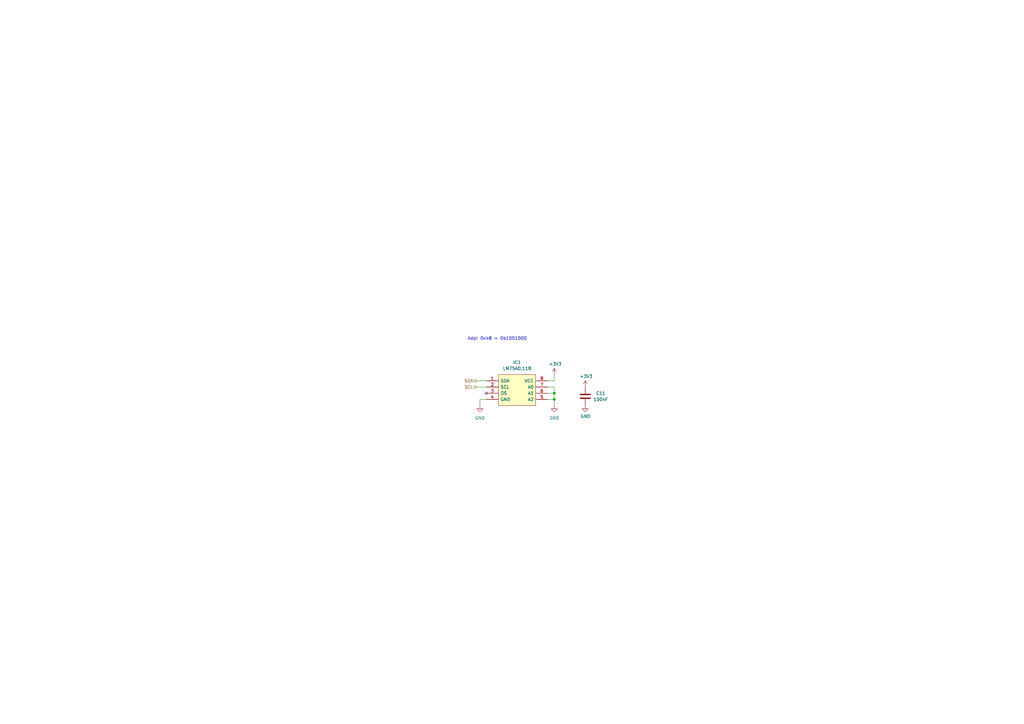
<source format=kicad_sch>
(kicad_sch (version 20211123) (generator eeschema)
  (paper "A3")
  (title_block (title "AMC Template") (date "2022-09-07") (rev "1.0") (company "Karlsruhe Institute of Technology (KIT)") (comment 1 "Institute for Data Processing and Electronics (IPE)") (comment 2 "Carsten Schmerbeck") (comment 3 "Luis Ardila") (comment 4 "Licensed under CERN-OHL-P v2"))
  (lib_symbols
    (symbol "Device:C" (pin_numbers hide) (pin_names (offset 0.254))
      (property "Reference" "C" (at 0.635 2.54 0))
      (property "Value" "C" (at 0.635 -2.54 0))
      (symbol "C_0_1"
        (polyline (pts (xy -2.032 -0.762) (xy 2.032 -0.762)) (stroke (width 0.508)))
        (polyline (pts (xy -2.032 0.762) (xy 2.032 0.762)) (stroke (width 0.508)))
      )
      (symbol "C_1_1"
        (pin passive line (at 0 3.81 270) (length 2.794) (name "~") (number "1"))
        (pin passive line (at 0 -3.81 90) (length 2.794) (name "~") (number "2"))
      )
    )
    (symbol "KIT_Sensor_Temperature:LM75AD,118" (pin_names (offset 0.762))
      (property "Reference" "IC" (at 21.59 7.62 0))
      (property "Value" "LM75AD,118" (at 21.59 5.08 0))
      (symbol "LM75AD,118_0_0"
        (pin bidirectional line (at 0 0 0) (length 5.08) (name "SDA") (number "1"))
        (pin input line (at 0 -2.54 0) (length 5.08) (name "SCL") (number "2"))
        (pin passive line (at 0 -5.08 0) (length 5.08) (name "OS") (number "3"))
        (pin power_in line (at 0 -7.62 0) (length 5.08) (name "GND") (number "4"))
        (pin passive line (at 25.4 -7.62 180) (length 5.08) (name "A2") (number "5"))
        (pin passive line (at 25.4 -5.08 180) (length 5.08) (name "A1") (number "6"))
        (pin passive line (at 25.4 -2.54 180) (length 5.08) (name "A0") (number "7"))
        (pin power_in line (at 25.4 0 180) (length 5.08) (name "VCC") (number "8"))
      )
      (symbol "LM75AD,118_0_1"
        (polyline (pts (xy 5.08 2.54) (xy 20.32 2.54) (xy 20.32 -10.16) (xy 5.08 -10.16) (xy 5.08 2.54)) (stroke (width 0.1524)) (fill (type background)))
      )
    )
    (symbol "power:+3V3" (power) (pin_names (offset 0))
      (property "Value" "+3V3" (at 0 3.556 0))
      (symbol "+3V3_0_1"
        (polyline (pts (xy -0.762 1.27) (xy 0 2.54)))
        (polyline (pts (xy 0 0) (xy 0 2.54)))
        (polyline (pts (xy 0 2.54) (xy 0.762 1.27)))
      )
      (symbol "+3V3_1_1"
        (pin power_in line (at 0 0 90) (length 0) hide (name "+3V3") (number "1"))
      )
    )
    (symbol "power:GND" (power) (pin_names (offset 0))
      (property "Value" "GND" (at 0 -3.81 0))
      (symbol "GND_0_1"
        (polyline (pts (xy 0 0) (xy 0 -1.27) (xy 1.27 -1.27) (xy 0 -2.54) (xy -1.27 -1.27) (xy 0 -1.27)))
      )
      (symbol "GND_1_1"
        (pin power_in line (at 0 0 270) (length 0) hide (name "GND") (number "1"))
      )
    )
  )
  (junction (at 227.33 163.83))
  (junction (at 227.33 161.29))
  (no_connect (at 199.39 161.29))
  (wire (pts (xy 196.85 163.83) (xy 199.39 163.83)))
  (wire (pts (xy 224.79 156.21) (xy 227.33 156.21)))
  (wire (pts (xy 227.33 163.83) (xy 227.33 166.37)))
  (wire (pts (xy 195.58 158.75) (xy 199.39 158.75)))
  (wire (pts (xy 227.33 161.29) (xy 227.33 163.83)))
  (wire (pts (xy 224.79 163.83) (xy 227.33 163.83)))
  (wire (pts (xy 195.58 156.21) (xy 199.39 156.21)))
  (wire (pts (xy 224.79 158.75) (xy 227.33 158.75)))
  (wire (pts (xy 224.79 161.29) (xy 227.33 161.29)))
  (wire (pts (xy 227.33 156.21) (xy 227.33 153.67)))
  (wire (pts (xy 227.33 158.75) (xy 227.33 161.29)))
  (wire (pts (xy 196.85 166.37) (xy 196.85 163.83)))
  (text "Addr 0x48 = 0b1001000" (at 191.77 139.7 0) (effects (font (size 1.27 1.27)) (justify left bottom)))
  (hierarchical_label "SCL" (shape bidirectional) (at 195.58 158.75 180))
  (hierarchical_label "SDA" (shape bidirectional) (at 195.58 156.21 180))
  (symbol (lib_id "power:GND") (at 196.85 166.37 0) (unit 1)
    (property "Reference" "#PWR0119" (effects hide))
    (property "Value" "GND" (at 196.85 171.45 0))
  )
  (symbol (lib_id "KIT_Sensor_Temperature:LM75AD,118") (at 199.39 156.21 0) (unit 1)
    (property "Reference" "IC1" (at 212.09 148.59 0))
    (property "Value" "LM75AD,118" (at 212.09 151.13 0))
    (property "Footprint" "Package_SO:SO-8_3.9x4.9mm_P1.27mm" (effects hide))
    (property "Datasheet" "http://www.nxp.com/docs/en/data-sheet/LM75A.pdf" (effects hide))
    (property "Description" "Board Mount Temperature Sensors I2C LOCAL +/- 2OC TS" (effects hide))
    (property "Height" "1.75" (effects hide))
    (property "mouser#" "771-LM75AD-T" (effects hide))
    (property "Mouser Price/Stock" "https://www.mouser.co.uk/ProductDetail/NXP-Semiconductors/LM75AD118?qs=LOCUfHb8d9tvtApDiOTqqg%3D%3D" (effects hide))
    (property "manuf#" "LM75AD,118" (effects hide))
    (property "manf" "NXP" (effects hide))
    (property "manf#" "LM75AD,118" (effects hide))
  )
  (symbol (lib_id "power:+3V3") (at 240.03 158.75 0) (unit 1)
    (property "Reference" "#PWR0122" (effects hide))
    (property "Value" "+3V3" (at 240.411 154.3558 0))
  )
  (symbol (lib_id "power:GND") (at 240.03 166.37 0) (unit 1)
    (property "Reference" "#PWR0123" (effects hide))
    (property "Value" "GND" (at 240.157 170.7642 0))
  )
  (symbol (lib_id "Device:C") (at 240.03 162.56 0) (mirror y) (unit 1)
    (property "Reference" "C11" (at 246.38 161.29 0))
    (property "Value" "100nF" (at 246.38 163.83 0))
    (property "Footprint" "Capacitor_SMD:C_0402_1005Metric" (effects hide))
    (property "stock" "AVT-IPE" (effects hide))
  )
  (symbol (lib_id "power:+3V3") (at 227.33 153.67 0) (unit 1)
    (property "Reference" "#PWR0120" (effects hide))
    (property "Value" "+3V3" (at 227.711 149.2758 0))
  )
  (symbol (lib_id "power:GND") (at 227.33 166.37 0) (unit 1)
    (property "Reference" "#PWR0121" (effects hide))
    (property "Value" "GND" (at 227.33 171.45 0))
  )
)
</source>
